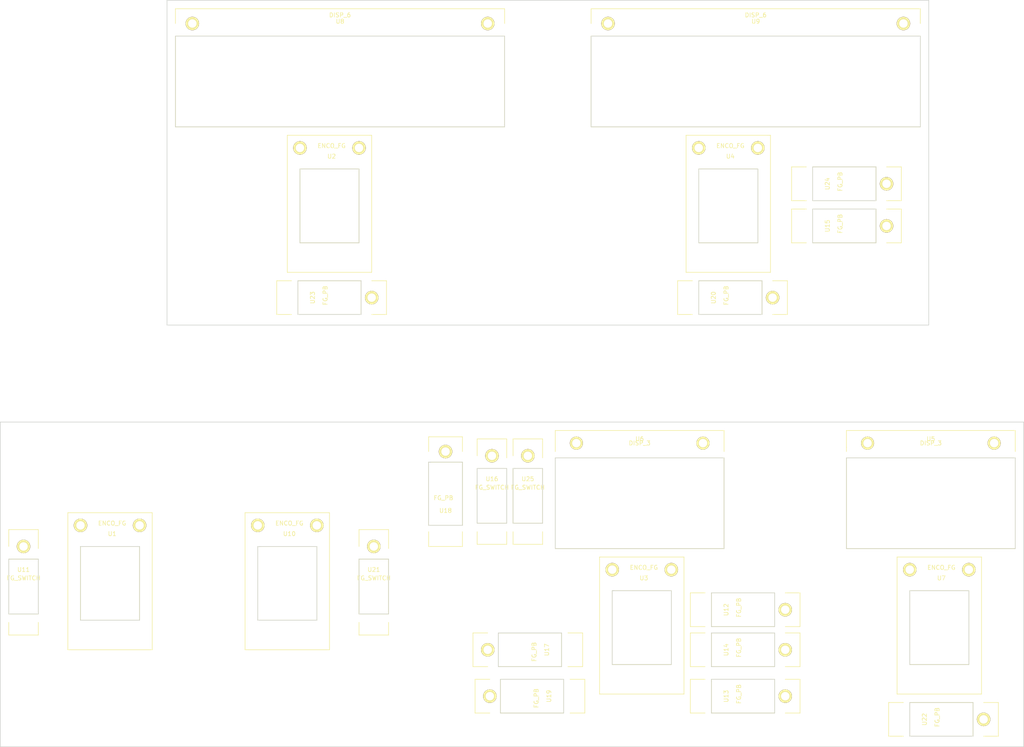
<source format=kicad_pcb>
(kicad_pcb (version 3) (host pcbnew "(2014-jan-25)-product")

  (general
    (links 0)
    (no_connects 0)
    (area 24.924999 13.424999 267.575001 190.575001)
    (thickness 1.6)
    (drawings 115)
    (tracks 0)
    (zones 0)
    (modules 25)
    (nets 36)
  )

  (page A4)
  (layers
    (15 F.Cu signal)
    (0 B.Cu signal)
    (16 B.Adhes user)
    (17 F.Adhes user)
    (18 B.Paste user)
    (19 F.Paste user)
    (20 B.SilkS user)
    (21 F.SilkS user)
    (22 B.Mask user)
    (23 F.Mask user)
    (24 Dwgs.User user)
    (25 Cmts.User user)
    (26 Eco1.User user)
    (27 Eco2.User user)
    (28 Edge.Cuts user)
  )

  (setup
    (last_trace_width 0.254)
    (trace_clearance 0.254)
    (zone_clearance 0.508)
    (zone_45_only no)
    (trace_min 0.254)
    (segment_width 0.2)
    (edge_width 0.15)
    (via_size 0.889)
    (via_drill 0.635)
    (via_min_size 0.889)
    (via_min_drill 0.508)
    (uvia_size 0.508)
    (uvia_drill 0.127)
    (uvias_allowed no)
    (uvia_min_size 0.508)
    (uvia_min_drill 0.127)
    (pcb_text_width 0.3)
    (pcb_text_size 1 1)
    (mod_edge_width 0.15)
    (mod_text_size 1 1)
    (mod_text_width 0.15)
    (pad_size 3.2 3.2)
    (pad_drill 2)
    (pad_to_mask_clearance 0)
    (aux_axis_origin 0 0)
    (visible_elements FFFFFF7F)
    (pcbplotparams
      (layerselection 268435456)
      (usegerberextensions true)
      (excludeedgelayer true)
      (linewidth 0.100000)
      (plotframeref false)
      (viasonmask false)
      (mode 1)
      (useauxorigin false)
      (hpglpennumber 1)
      (hpglpenspeed 20)
      (hpglpendiameter 15)
      (hpglpenoverlay 2)
      (psnegative false)
      (psa4output false)
      (plotreference true)
      (plotvalue true)
      (plotothertext true)
      (plotinvisibletext false)
      (padsonsilk false)
      (subtractmaskfromsilk false)
      (outputformat 1)
      (mirror false)
      (drillshape 0)
      (scaleselection 1)
      (outputdirectory PANEL_OUT/))
  )

  (net 0 "")
  (net 1 "Net-(U1-Pad1)")
  (net 2 "Net-(U1-Pad2)")
  (net 3 "Net-(U2-Pad1)")
  (net 4 "Net-(U2-Pad2)")
  (net 5 "Net-(U3-Pad1)")
  (net 6 "Net-(U3-Pad2)")
  (net 7 "Net-(U4-Pad1)")
  (net 8 "Net-(U4-Pad2)")
  (net 9 "Net-(U5-Pad1)")
  (net 10 "Net-(U5-Pad2)")
  (net 11 "Net-(U6-Pad1)")
  (net 12 "Net-(U6-Pad2)")
  (net 13 "Net-(U7-Pad1)")
  (net 14 "Net-(U7-Pad2)")
  (net 15 "Net-(U8-Pad1)")
  (net 16 "Net-(U8-Pad2)")
  (net 17 "Net-(U9-Pad1)")
  (net 18 "Net-(U9-Pad2)")
  (net 19 "Net-(U10-Pad1)")
  (net 20 "Net-(U10-Pad2)")
  (net 21 "Net-(U11-Pad1)")
  (net 22 "Net-(U12-Pad1)")
  (net 23 "Net-(U13-Pad1)")
  (net 24 "Net-(U14-Pad1)")
  (net 25 "Net-(U15-Pad1)")
  (net 26 "Net-(U16-Pad1)")
  (net 27 "Net-(U17-Pad1)")
  (net 28 "Net-(U18-Pad1)")
  (net 29 "Net-(U19-Pad1)")
  (net 30 "Net-(U20-Pad1)")
  (net 31 "Net-(U21-Pad1)")
  (net 32 "Net-(U22-Pad1)")
  (net 33 "Net-(U23-Pad1)")
  (net 34 "Net-(U24-Pad1)")
  (net 35 "Net-(U25-Pad1)")

  (net_class Default "This is the default net class."
    (clearance 0.254)
    (trace_width 0.254)
    (via_dia 0.889)
    (via_drill 0.635)
    (uvia_dia 0.508)
    (uvia_drill 0.127)
    (add_net "Net-(U1-Pad1)")
    (add_net "Net-(U1-Pad2)")
    (add_net "Net-(U10-Pad1)")
    (add_net "Net-(U10-Pad2)")
    (add_net "Net-(U11-Pad1)")
    (add_net "Net-(U12-Pad1)")
    (add_net "Net-(U13-Pad1)")
    (add_net "Net-(U14-Pad1)")
    (add_net "Net-(U15-Pad1)")
    (add_net "Net-(U16-Pad1)")
    (add_net "Net-(U17-Pad1)")
    (add_net "Net-(U18-Pad1)")
    (add_net "Net-(U19-Pad1)")
    (add_net "Net-(U2-Pad1)")
    (add_net "Net-(U2-Pad2)")
    (add_net "Net-(U20-Pad1)")
    (add_net "Net-(U21-Pad1)")
    (add_net "Net-(U22-Pad1)")
    (add_net "Net-(U23-Pad1)")
    (add_net "Net-(U24-Pad1)")
    (add_net "Net-(U25-Pad1)")
    (add_net "Net-(U3-Pad1)")
    (add_net "Net-(U3-Pad2)")
    (add_net "Net-(U4-Pad1)")
    (add_net "Net-(U4-Pad2)")
    (add_net "Net-(U5-Pad1)")
    (add_net "Net-(U5-Pad2)")
    (add_net "Net-(U6-Pad1)")
    (add_net "Net-(U6-Pad2)")
    (add_net "Net-(U7-Pad1)")
    (add_net "Net-(U7-Pad2)")
    (add_net "Net-(U8-Pad1)")
    (add_net "Net-(U8-Pad2)")
    (add_net "Net-(U9-Pad1)")
    (add_net "Net-(U9-Pad2)")
  )

  (module fg_footprints:ENCO_FG (layer F.Cu) (tedit 5359749E) (tstamp 5359658F)
    (at 51 138)
    (path /53595D6F)
    (fp_text reference U1 (at 0.5 2) (layer F.SilkS)
      (effects (font (size 1 1) (thickness 0.15)))
    )
    (fp_text value ENCO_FG (at 0.5 -0.5) (layer F.SilkS)
      (effects (font (size 1 1) (thickness 0.15)))
    )
    (fp_line (start -10 29.5) (end 10 29.5) (layer F.SilkS) (width 0.15))
    (fp_line (start 10 29.5) (end 10 -3) (layer F.SilkS) (width 0.15))
    (fp_line (start 10 -3) (end -10 -3) (layer F.SilkS) (width 0.15))
    (fp_line (start -10 -3) (end -10 29.5) (layer F.SilkS) (width 0.15))
    (fp_line (start -7 5) (end 7 5) (layer F.SilkS) (width 0.15))
    (fp_line (start 7 5) (end 7 22.5) (layer F.SilkS) (width 0.15))
    (fp_line (start 7 22.5) (end -7 22.5) (layer F.SilkS) (width 0.15))
    (fp_line (start -7 22.5) (end -7 5) (layer F.SilkS) (width 0.15))
    (pad 1 thru_hole circle (at -7 0) (size 3.2 3.2) (drill 2) (layers *.Cu *.Mask F.SilkS)
      (net 1 "Net-(U1-Pad1)"))
    (pad 2 thru_hole circle (at 7 0) (size 3.2 3.2) (drill 2) (layers *.Cu *.Mask F.SilkS)
      (net 2 "Net-(U1-Pad2)"))
  )

  (module fg_footprints:ENCO_FG (layer F.Cu) (tedit 535974CB) (tstamp 5359659D)
    (at 103 48.5)
    (path /53595D81)
    (fp_text reference U2 (at 0.5 2) (layer F.SilkS)
      (effects (font (size 1 1) (thickness 0.15)))
    )
    (fp_text value ENCO_FG (at 0.5 -0.5) (layer F.SilkS)
      (effects (font (size 1 1) (thickness 0.15)))
    )
    (fp_line (start -10 29.5) (end 10 29.5) (layer F.SilkS) (width 0.15))
    (fp_line (start 10 29.5) (end 10 -3) (layer F.SilkS) (width 0.15))
    (fp_line (start 10 -3) (end -10 -3) (layer F.SilkS) (width 0.15))
    (fp_line (start -10 -3) (end -10 29.5) (layer F.SilkS) (width 0.15))
    (fp_line (start -7 5) (end 7 5) (layer F.SilkS) (width 0.15))
    (fp_line (start 7 5) (end 7 22.5) (layer F.SilkS) (width 0.15))
    (fp_line (start 7 22.5) (end -7 22.5) (layer F.SilkS) (width 0.15))
    (fp_line (start -7 22.5) (end -7 5) (layer F.SilkS) (width 0.15))
    (pad 1 thru_hole circle (at -7 0) (size 3.2 3.2) (drill 2) (layers *.Cu *.Mask F.SilkS)
      (net 3 "Net-(U2-Pad1)"))
    (pad 2 thru_hole circle (at 7 0) (size 3.2 3.2) (drill 2) (layers *.Cu *.Mask F.SilkS)
      (net 4 "Net-(U2-Pad2)"))
  )

  (module fg_footprints:ENCO_FG (layer F.Cu) (tedit 53597452) (tstamp 535965AB)
    (at 177 148.5)
    (path /53595D8C)
    (fp_text reference U3 (at 0.5 2) (layer F.SilkS)
      (effects (font (size 1 1) (thickness 0.15)))
    )
    (fp_text value ENCO_FG (at 0.5 -0.5) (layer F.SilkS)
      (effects (font (size 1 1) (thickness 0.15)))
    )
    (fp_line (start -10 29.5) (end 10 29.5) (layer F.SilkS) (width 0.15))
    (fp_line (start 10 29.5) (end 10 -3) (layer F.SilkS) (width 0.15))
    (fp_line (start 10 -3) (end -10 -3) (layer F.SilkS) (width 0.15))
    (fp_line (start -10 -3) (end -10 29.5) (layer F.SilkS) (width 0.15))
    (fp_line (start -7 5) (end 7 5) (layer F.SilkS) (width 0.15))
    (fp_line (start 7 5) (end 7 22.5) (layer F.SilkS) (width 0.15))
    (fp_line (start 7 22.5) (end -7 22.5) (layer F.SilkS) (width 0.15))
    (fp_line (start -7 22.5) (end -7 5) (layer F.SilkS) (width 0.15))
    (pad 1 thru_hole circle (at -7 0) (size 3.2 3.2) (drill 2) (layers *.Cu *.Mask F.SilkS)
      (net 5 "Net-(U3-Pad1)"))
    (pad 2 thru_hole circle (at 7 0) (size 3.2 3.2) (drill 2) (layers *.Cu *.Mask F.SilkS)
      (net 6 "Net-(U3-Pad2)"))
  )

  (module fg_footprints:ENCO_FG (layer F.Cu) (tedit 535974EF) (tstamp 535965B9)
    (at 197.5 48.5)
    (path /53595D97)
    (fp_text reference U4 (at 0.5 2) (layer F.SilkS)
      (effects (font (size 1 1) (thickness 0.15)))
    )
    (fp_text value ENCO_FG (at 0.5 -0.5) (layer F.SilkS)
      (effects (font (size 1 1) (thickness 0.15)))
    )
    (fp_line (start -10 29.5) (end 10 29.5) (layer F.SilkS) (width 0.15))
    (fp_line (start 10 29.5) (end 10 -3) (layer F.SilkS) (width 0.15))
    (fp_line (start 10 -3) (end -10 -3) (layer F.SilkS) (width 0.15))
    (fp_line (start -10 -3) (end -10 29.5) (layer F.SilkS) (width 0.15))
    (fp_line (start -7 5) (end 7 5) (layer F.SilkS) (width 0.15))
    (fp_line (start 7 5) (end 7 22.5) (layer F.SilkS) (width 0.15))
    (fp_line (start 7 22.5) (end -7 22.5) (layer F.SilkS) (width 0.15))
    (fp_line (start -7 22.5) (end -7 5) (layer F.SilkS) (width 0.15))
    (pad 1 thru_hole circle (at -7 0) (size 3.2 3.2) (drill 2) (layers *.Cu *.Mask F.SilkS)
      (net 7 "Net-(U4-Pad1)"))
    (pad 2 thru_hole circle (at 7 0) (size 3.2 3.2) (drill 2) (layers *.Cu *.Mask F.SilkS)
      (net 8 "Net-(U4-Pad2)"))
  )

  (module fg_footprints:DISP_3 (layer F.Cu) (tedit 535957D5) (tstamp 535965C7)
    (at 245.5 120.5)
    (path /53595D2C)
    (fp_text reference U5 (at 0 -3) (layer F.SilkS)
      (effects (font (size 1 1) (thickness 0.15)))
    )
    (fp_text value DISP_3 (at 0 -2) (layer F.SilkS)
      (effects (font (size 1 1) (thickness 0.15)))
    )
    (fp_line (start -20 -1) (end -20 0) (layer F.SilkS) (width 0.15))
    (fp_line (start -20 -5) (end -20 -1) (layer F.SilkS) (width 0.15))
    (fp_line (start -20 -5) (end 20 -5) (layer F.SilkS) (width 0.15))
    (fp_line (start 20 -5) (end 20 0) (layer F.SilkS) (width 0.15))
    (fp_line (start -20 1.5) (end 20 1.5) (layer F.SilkS) (width 0.15))
    (fp_line (start 20 1.5) (end 20 23) (layer F.SilkS) (width 0.15))
    (fp_line (start 20 23) (end -20 23) (layer F.SilkS) (width 0.15))
    (fp_line (start -20 23) (end -20 1.5) (layer F.SilkS) (width 0.15))
    (pad 1 thru_hole circle (at -15 -2) (size 3.1 3.1) (drill 2) (layers *.Cu *.Mask F.SilkS)
      (net 9 "Net-(U5-Pad1)"))
    (pad 2 thru_hole circle (at 15 -2) (size 3.1 3.1) (drill 2) (layers *.Cu *.Mask F.SilkS)
      (net 10 "Net-(U5-Pad2)"))
  )

  (module fg_footprints:DISP_3 (layer F.Cu) (tedit 535957D5) (tstamp 535965D5)
    (at 176.5 120.5)
    (path /53595D3E)
    (fp_text reference U6 (at 0 -3) (layer F.SilkS)
      (effects (font (size 1 1) (thickness 0.15)))
    )
    (fp_text value DISP_3 (at 0 -2) (layer F.SilkS)
      (effects (font (size 1 1) (thickness 0.15)))
    )
    (fp_line (start -20 -1) (end -20 0) (layer F.SilkS) (width 0.15))
    (fp_line (start -20 -5) (end -20 -1) (layer F.SilkS) (width 0.15))
    (fp_line (start -20 -5) (end 20 -5) (layer F.SilkS) (width 0.15))
    (fp_line (start 20 -5) (end 20 0) (layer F.SilkS) (width 0.15))
    (fp_line (start -20 1.5) (end 20 1.5) (layer F.SilkS) (width 0.15))
    (fp_line (start 20 1.5) (end 20 23) (layer F.SilkS) (width 0.15))
    (fp_line (start 20 23) (end -20 23) (layer F.SilkS) (width 0.15))
    (fp_line (start -20 23) (end -20 1.5) (layer F.SilkS) (width 0.15))
    (pad 1 thru_hole circle (at -15 -2) (size 3.1 3.1) (drill 2) (layers *.Cu *.Mask F.SilkS)
      (net 11 "Net-(U6-Pad1)"))
    (pad 2 thru_hole circle (at 15 -2) (size 3.1 3.1) (drill 2) (layers *.Cu *.Mask F.SilkS)
      (net 12 "Net-(U6-Pad2)"))
  )

  (module fg_footprints:ENCO_FG (layer F.Cu) (tedit 5359745C) (tstamp 535965E3)
    (at 247.5 148.5)
    (path /53595DA2)
    (fp_text reference U7 (at 0.5 2) (layer F.SilkS)
      (effects (font (size 1 1) (thickness 0.15)))
    )
    (fp_text value ENCO_FG (at 0.5 -0.5) (layer F.SilkS)
      (effects (font (size 1 1) (thickness 0.15)))
    )
    (fp_line (start -10 29.5) (end 10 29.5) (layer F.SilkS) (width 0.15))
    (fp_line (start 10 29.5) (end 10 -3) (layer F.SilkS) (width 0.15))
    (fp_line (start 10 -3) (end -10 -3) (layer F.SilkS) (width 0.15))
    (fp_line (start -10 -3) (end -10 29.5) (layer F.SilkS) (width 0.15))
    (fp_line (start -7 5) (end 7 5) (layer F.SilkS) (width 0.15))
    (fp_line (start 7 5) (end 7 22.5) (layer F.SilkS) (width 0.15))
    (fp_line (start 7 22.5) (end -7 22.5) (layer F.SilkS) (width 0.15))
    (fp_line (start -7 22.5) (end -7 5) (layer F.SilkS) (width 0.15))
    (pad 1 thru_hole circle (at -7 0) (size 3.2 3.2) (drill 2) (layers *.Cu *.Mask F.SilkS)
      (net 13 "Net-(U7-Pad1)"))
    (pad 2 thru_hole circle (at 7 0) (size 3.2 3.2) (drill 2) (layers *.Cu *.Mask F.SilkS)
      (net 14 "Net-(U7-Pad2)"))
  )

  (module fg_footprints:DISP_6 (layer F.Cu) (tedit 535974D8) (tstamp 535965F0)
    (at 105.5 19)
    (path /53595D4C)
    (fp_text reference U8 (at 0 -0.5) (layer F.SilkS)
      (effects (font (size 1 1) (thickness 0.15)))
    )
    (fp_text value DISP_6 (at 0 -2) (layer F.SilkS)
      (effects (font (size 1 1) (thickness 0.15)))
    )
    (fp_line (start -39 -3.5) (end -39 0) (layer F.SilkS) (width 0.15))
    (fp_line (start -39 -3.5) (end 39 -3.5) (layer F.SilkS) (width 0.15))
    (fp_line (start 39 -3.5) (end 39 0) (layer F.SilkS) (width 0.15))
    (fp_line (start -39 3) (end 39 3) (layer F.SilkS) (width 0.15))
    (fp_line (start 39 3) (end 39 24.5) (layer F.SilkS) (width 0.15))
    (fp_line (start 39 24.5) (end -39 24.5) (layer F.SilkS) (width 0.15))
    (fp_line (start -39 24.5) (end -39 3) (layer F.SilkS) (width 0.15))
    (pad 1 thru_hole circle (at -35 0) (size 3.2 3.2) (drill 2) (layers *.Cu *.Mask F.SilkS)
      (net 15 "Net-(U8-Pad1)"))
    (pad 2 thru_hole circle (at 35 0) (size 3.2 3.2) (drill 2) (layers *.Cu *.Mask F.SilkS)
      (net 16 "Net-(U8-Pad2)"))
  )

  (module fg_footprints:DISP_6 (layer F.Cu) (tedit 535974E4) (tstamp 535965FD)
    (at 204 19)
    (path /53595D5E)
    (fp_text reference U9 (at 0 -0.5) (layer F.SilkS)
      (effects (font (size 1 1) (thickness 0.15)))
    )
    (fp_text value DISP_6 (at 0 -2) (layer F.SilkS)
      (effects (font (size 1 1) (thickness 0.15)))
    )
    (fp_line (start -39 -3.5) (end -39 0) (layer F.SilkS) (width 0.15))
    (fp_line (start -39 -3.5) (end 39 -3.5) (layer F.SilkS) (width 0.15))
    (fp_line (start 39 -3.5) (end 39 0) (layer F.SilkS) (width 0.15))
    (fp_line (start -39 3) (end 39 3) (layer F.SilkS) (width 0.15))
    (fp_line (start 39 3) (end 39 24.5) (layer F.SilkS) (width 0.15))
    (fp_line (start 39 24.5) (end -39 24.5) (layer F.SilkS) (width 0.15))
    (fp_line (start -39 24.5) (end -39 3) (layer F.SilkS) (width 0.15))
    (pad 1 thru_hole circle (at -35 0) (size 3.2 3.2) (drill 2) (layers *.Cu *.Mask F.SilkS)
      (net 17 "Net-(U9-Pad1)"))
    (pad 2 thru_hole circle (at 35 0) (size 3.2 3.2) (drill 2) (layers *.Cu *.Mask F.SilkS)
      (net 18 "Net-(U9-Pad2)"))
  )

  (module fg_footprints:ENCO_FG (layer F.Cu) (tedit 535974A8) (tstamp 5359660B)
    (at 93 138)
    (path /53595DAD)
    (fp_text reference U10 (at 0.5 2) (layer F.SilkS)
      (effects (font (size 1 1) (thickness 0.15)))
    )
    (fp_text value ENCO_FG (at 0.5 -0.5) (layer F.SilkS)
      (effects (font (size 1 1) (thickness 0.15)))
    )
    (fp_line (start -10 29.5) (end 10 29.5) (layer F.SilkS) (width 0.15))
    (fp_line (start 10 29.5) (end 10 -3) (layer F.SilkS) (width 0.15))
    (fp_line (start 10 -3) (end -10 -3) (layer F.SilkS) (width 0.15))
    (fp_line (start -10 -3) (end -10 29.5) (layer F.SilkS) (width 0.15))
    (fp_line (start -7 5) (end 7 5) (layer F.SilkS) (width 0.15))
    (fp_line (start 7 5) (end 7 22.5) (layer F.SilkS) (width 0.15))
    (fp_line (start 7 22.5) (end -7 22.5) (layer F.SilkS) (width 0.15))
    (fp_line (start -7 22.5) (end -7 5) (layer F.SilkS) (width 0.15))
    (pad 1 thru_hole circle (at -7 0) (size 3.2 3.2) (drill 2) (layers *.Cu *.Mask F.SilkS)
      (net 19 "Net-(U10-Pad1)"))
    (pad 2 thru_hole circle (at 7 0) (size 3.2 3.2) (drill 2) (layers *.Cu *.Mask F.SilkS)
      (net 20 "Net-(U10-Pad2)"))
  )

  (module fg_footprints:FG_SWITCH' (layer F.Cu) (tedit 53597492) (tstamp 5359661A)
    (at 30.5 143)
    (path /53595ED1)
    (fp_text reference U11 (at 0 5.5) (layer F.SilkS)
      (effects (font (size 1 1) (thickness 0.15)))
    )
    (fp_text value FG_SWITCH (at 0 7.5) (layer F.SilkS)
      (effects (font (size 1 1) (thickness 0.15)))
    )
    (fp_line (start -3.5 21) (end -3.5 18) (layer F.SilkS) (width 0.15))
    (fp_line (start -3.5 21) (end 3.5 21) (layer F.SilkS) (width 0.15))
    (fp_line (start 3.5 21) (end 3.5 18) (layer F.SilkS) (width 0.15))
    (fp_line (start -3.5 -4) (end -3.5 0) (layer F.SilkS) (width 0.15))
    (fp_line (start -3.5 -4) (end 3.5 -4) (layer F.SilkS) (width 0.15))
    (fp_line (start 3.5 -4) (end 3.5 0.5) (layer F.SilkS) (width 0.15))
    (fp_line (start -3.5 3) (end 3.5 3) (layer F.SilkS) (width 0.15))
    (fp_line (start 3.5 3) (end 3.5 16) (layer F.SilkS) (width 0.15))
    (fp_line (start 3.5 16) (end -3.5 16) (layer F.SilkS) (width 0.15))
    (fp_line (start -3.5 16) (end -3.5 3) (layer F.SilkS) (width 0.15))
    (pad 1 thru_hole circle (at 0 0) (size 3.2 3.2) (drill 2) (layers *.Cu *.Mask F.SilkS)
      (net 21 "Net-(U11-Pad1)"))
  )

  (module fg_footprints:FG_PB (layer F.Cu) (tedit 5359747F) (tstamp 53596629)
    (at 211 158 90)
    (path /53595E6D)
    (fp_text reference U12 (at 0 -14 90) (layer F.SilkS)
      (effects (font (size 1 1) (thickness 0.15)))
    )
    (fp_text value FG_PB (at 0.5 -11 90) (layer F.SilkS)
      (effects (font (size 1 1) (thickness 0.15)))
    )
    (fp_line (start 4 -22.5) (end -4 -22.5) (layer F.SilkS) (width 0.15))
    (fp_line (start -4 -22.5) (end -4 -19) (layer F.SilkS) (width 0.15))
    (fp_line (start 4 -22.5) (end 4 -19) (layer F.SilkS) (width 0.15))
    (fp_line (start -4 0) (end -4 3.5) (layer F.SilkS) (width 0.15))
    (fp_line (start -4 3.5) (end 4 3.5) (layer F.SilkS) (width 0.15))
    (fp_line (start 4 3.5) (end 4 0) (layer F.SilkS) (width 0.15))
    (fp_line (start -4 -2.5) (end 4 -2.5) (layer F.SilkS) (width 0.15))
    (fp_line (start 4 -2.5) (end 4 -17.5) (layer F.SilkS) (width 0.15))
    (fp_line (start 4 -17.5) (end -4 -17.5) (layer F.SilkS) (width 0.15))
    (fp_line (start -4 -17.5) (end -4 -2.5) (layer F.SilkS) (width 0.15))
    (pad 1 thru_hole circle (at 0 0 90) (size 3.2 3.2) (drill 2) (layers *.Cu *.Mask F.SilkS)
      (net 22 "Net-(U12-Pad1)"))
  )

  (module fg_footprints:FG_PB (layer F.Cu) (tedit 5359746F) (tstamp 53596638)
    (at 211 178.5 90)
    (path /53595E7F)
    (fp_text reference U13 (at 0 -14 90) (layer F.SilkS)
      (effects (font (size 1 1) (thickness 0.15)))
    )
    (fp_text value FG_PB (at 0.5 -11 90) (layer F.SilkS)
      (effects (font (size 1 1) (thickness 0.15)))
    )
    (fp_line (start 4 -22.5) (end -4 -22.5) (layer F.SilkS) (width 0.15))
    (fp_line (start -4 -22.5) (end -4 -19) (layer F.SilkS) (width 0.15))
    (fp_line (start 4 -22.5) (end 4 -19) (layer F.SilkS) (width 0.15))
    (fp_line (start -4 0) (end -4 3.5) (layer F.SilkS) (width 0.15))
    (fp_line (start -4 3.5) (end 4 3.5) (layer F.SilkS) (width 0.15))
    (fp_line (start 4 3.5) (end 4 0) (layer F.SilkS) (width 0.15))
    (fp_line (start -4 -2.5) (end 4 -2.5) (layer F.SilkS) (width 0.15))
    (fp_line (start 4 -2.5) (end 4 -17.5) (layer F.SilkS) (width 0.15))
    (fp_line (start 4 -17.5) (end -4 -17.5) (layer F.SilkS) (width 0.15))
    (fp_line (start -4 -17.5) (end -4 -2.5) (layer F.SilkS) (width 0.15))
    (pad 1 thru_hole circle (at 0 0 90) (size 3.2 3.2) (drill 2) (layers *.Cu *.Mask F.SilkS)
      (net 23 "Net-(U13-Pad1)"))
  )

  (module fg_footprints:FG_PB (layer F.Cu) (tedit 5359747A) (tstamp 53596647)
    (at 211 167.5 90)
    (path /53595E8A)
    (fp_text reference U14 (at 0 -14 90) (layer F.SilkS)
      (effects (font (size 1 1) (thickness 0.15)))
    )
    (fp_text value FG_PB (at 0.5 -11 90) (layer F.SilkS)
      (effects (font (size 1 1) (thickness 0.15)))
    )
    (fp_line (start 4 -22.5) (end -4 -22.5) (layer F.SilkS) (width 0.15))
    (fp_line (start -4 -22.5) (end -4 -19) (layer F.SilkS) (width 0.15))
    (fp_line (start 4 -22.5) (end 4 -19) (layer F.SilkS) (width 0.15))
    (fp_line (start -4 0) (end -4 3.5) (layer F.SilkS) (width 0.15))
    (fp_line (start -4 3.5) (end 4 3.5) (layer F.SilkS) (width 0.15))
    (fp_line (start 4 3.5) (end 4 0) (layer F.SilkS) (width 0.15))
    (fp_line (start -4 -2.5) (end 4 -2.5) (layer F.SilkS) (width 0.15))
    (fp_line (start 4 -2.5) (end 4 -17.5) (layer F.SilkS) (width 0.15))
    (fp_line (start 4 -17.5) (end -4 -17.5) (layer F.SilkS) (width 0.15))
    (fp_line (start -4 -17.5) (end -4 -2.5) (layer F.SilkS) (width 0.15))
    (pad 1 thru_hole circle (at 0 0 90) (size 3.2 3.2) (drill 2) (layers *.Cu *.Mask F.SilkS)
      (net 24 "Net-(U14-Pad1)"))
  )

  (module fg_footprints:FG_PB (layer F.Cu) (tedit 535974F7) (tstamp 53596656)
    (at 235 67 90)
    (path /53595E95)
    (fp_text reference U15 (at 0 -14 90) (layer F.SilkS)
      (effects (font (size 1 1) (thickness 0.15)))
    )
    (fp_text value FG_PB (at 0.5 -11 90) (layer F.SilkS)
      (effects (font (size 1 1) (thickness 0.15)))
    )
    (fp_line (start 4 -22.5) (end -4 -22.5) (layer F.SilkS) (width 0.15))
    (fp_line (start -4 -22.5) (end -4 -19) (layer F.SilkS) (width 0.15))
    (fp_line (start 4 -22.5) (end 4 -19) (layer F.SilkS) (width 0.15))
    (fp_line (start -4 0) (end -4 3.5) (layer F.SilkS) (width 0.15))
    (fp_line (start -4 3.5) (end 4 3.5) (layer F.SilkS) (width 0.15))
    (fp_line (start 4 3.5) (end 4 0) (layer F.SilkS) (width 0.15))
    (fp_line (start -4 -2.5) (end 4 -2.5) (layer F.SilkS) (width 0.15))
    (fp_line (start 4 -2.5) (end 4 -17.5) (layer F.SilkS) (width 0.15))
    (fp_line (start 4 -17.5) (end -4 -17.5) (layer F.SilkS) (width 0.15))
    (fp_line (start -4 -17.5) (end -4 -2.5) (layer F.SilkS) (width 0.15))
    (pad 1 thru_hole circle (at 0 0 90) (size 3.2 3.2) (drill 2) (layers *.Cu *.Mask F.SilkS)
      (net 25 "Net-(U15-Pad1)"))
  )

  (module fg_footprints:FG_SWITCH' (layer F.Cu) (tedit 535974B7) (tstamp 53596665)
    (at 141.5 121.5)
    (path /53595EE3)
    (fp_text reference U16 (at 0 5.5) (layer F.SilkS)
      (effects (font (size 1 1) (thickness 0.15)))
    )
    (fp_text value FG_SWITCH (at 0 7.5) (layer F.SilkS)
      (effects (font (size 1 1) (thickness 0.15)))
    )
    (fp_line (start -3.5 21) (end -3.5 18) (layer F.SilkS) (width 0.15))
    (fp_line (start -3.5 21) (end 3.5 21) (layer F.SilkS) (width 0.15))
    (fp_line (start 3.5 21) (end 3.5 18) (layer F.SilkS) (width 0.15))
    (fp_line (start -3.5 -4) (end -3.5 0) (layer F.SilkS) (width 0.15))
    (fp_line (start -3.5 -4) (end 3.5 -4) (layer F.SilkS) (width 0.15))
    (fp_line (start 3.5 -4) (end 3.5 0.5) (layer F.SilkS) (width 0.15))
    (fp_line (start -3.5 3) (end 3.5 3) (layer F.SilkS) (width 0.15))
    (fp_line (start 3.5 3) (end 3.5 16) (layer F.SilkS) (width 0.15))
    (fp_line (start 3.5 16) (end -3.5 16) (layer F.SilkS) (width 0.15))
    (fp_line (start -3.5 16) (end -3.5 3) (layer F.SilkS) (width 0.15))
    (pad 1 thru_hole circle (at 0 0) (size 3.2 3.2) (drill 2) (layers *.Cu *.Mask F.SilkS)
      (net 26 "Net-(U16-Pad1)"))
  )

  (module fg_footprints:FG_PB (layer F.Cu) (tedit 53597486) (tstamp 53596674)
    (at 140.5 167.5 270)
    (path /53595EA0)
    (fp_text reference U17 (at 0 -14 270) (layer F.SilkS)
      (effects (font (size 1 1) (thickness 0.15)))
    )
    (fp_text value FG_PB (at 0.5 -11 270) (layer F.SilkS)
      (effects (font (size 1 1) (thickness 0.15)))
    )
    (fp_line (start 4 -22.5) (end -4 -22.5) (layer F.SilkS) (width 0.15))
    (fp_line (start -4 -22.5) (end -4 -19) (layer F.SilkS) (width 0.15))
    (fp_line (start 4 -22.5) (end 4 -19) (layer F.SilkS) (width 0.15))
    (fp_line (start -4 0) (end -4 3.5) (layer F.SilkS) (width 0.15))
    (fp_line (start -4 3.5) (end 4 3.5) (layer F.SilkS) (width 0.15))
    (fp_line (start 4 3.5) (end 4 0) (layer F.SilkS) (width 0.15))
    (fp_line (start -4 -2.5) (end 4 -2.5) (layer F.SilkS) (width 0.15))
    (fp_line (start 4 -2.5) (end 4 -17.5) (layer F.SilkS) (width 0.15))
    (fp_line (start 4 -17.5) (end -4 -17.5) (layer F.SilkS) (width 0.15))
    (fp_line (start -4 -17.5) (end -4 -2.5) (layer F.SilkS) (width 0.15))
    (pad 1 thru_hole circle (at 0 0 270) (size 3.2 3.2) (drill 2) (layers *.Cu *.Mask F.SilkS)
      (net 27 "Net-(U17-Pad1)"))
  )

  (module fg_footprints:FG_PB (layer F.Cu) (tedit 535974B3) (tstamp 53596683)
    (at 130.5 120.5 180)
    (path /53595EA6)
    (fp_text reference U18 (at 0 -14 180) (layer F.SilkS)
      (effects (font (size 1 1) (thickness 0.15)))
    )
    (fp_text value FG_PB (at 0.5 -11 180) (layer F.SilkS)
      (effects (font (size 1 1) (thickness 0.15)))
    )
    (fp_line (start 4 -22.5) (end -4 -22.5) (layer F.SilkS) (width 0.15))
    (fp_line (start -4 -22.5) (end -4 -19) (layer F.SilkS) (width 0.15))
    (fp_line (start 4 -22.5) (end 4 -19) (layer F.SilkS) (width 0.15))
    (fp_line (start -4 0) (end -4 3.5) (layer F.SilkS) (width 0.15))
    (fp_line (start -4 3.5) (end 4 3.5) (layer F.SilkS) (width 0.15))
    (fp_line (start 4 3.5) (end 4 0) (layer F.SilkS) (width 0.15))
    (fp_line (start -4 -2.5) (end 4 -2.5) (layer F.SilkS) (width 0.15))
    (fp_line (start 4 -2.5) (end 4 -17.5) (layer F.SilkS) (width 0.15))
    (fp_line (start 4 -17.5) (end -4 -17.5) (layer F.SilkS) (width 0.15))
    (fp_line (start -4 -17.5) (end -4 -2.5) (layer F.SilkS) (width 0.15))
    (pad 1 thru_hole circle (at 0 0 180) (size 3.2 3.2) (drill 2) (layers *.Cu *.Mask F.SilkS)
      (net 28 "Net-(U18-Pad1)"))
  )

  (module fg_footprints:FG_PB (layer F.Cu) (tedit 5359748B) (tstamp 53596692)
    (at 141 178.5 270)
    (path /53595EAC)
    (fp_text reference U19 (at 0 -14 270) (layer F.SilkS)
      (effects (font (size 1 1) (thickness 0.15)))
    )
    (fp_text value FG_PB (at 0.5 -11 270) (layer F.SilkS)
      (effects (font (size 1 1) (thickness 0.15)))
    )
    (fp_line (start 4 -22.5) (end -4 -22.5) (layer F.SilkS) (width 0.15))
    (fp_line (start -4 -22.5) (end -4 -19) (layer F.SilkS) (width 0.15))
    (fp_line (start 4 -22.5) (end 4 -19) (layer F.SilkS) (width 0.15))
    (fp_line (start -4 0) (end -4 3.5) (layer F.SilkS) (width 0.15))
    (fp_line (start -4 3.5) (end 4 3.5) (layer F.SilkS) (width 0.15))
    (fp_line (start 4 3.5) (end 4 0) (layer F.SilkS) (width 0.15))
    (fp_line (start -4 -2.5) (end 4 -2.5) (layer F.SilkS) (width 0.15))
    (fp_line (start 4 -2.5) (end 4 -17.5) (layer F.SilkS) (width 0.15))
    (fp_line (start 4 -17.5) (end -4 -17.5) (layer F.SilkS) (width 0.15))
    (fp_line (start -4 -17.5) (end -4 -2.5) (layer F.SilkS) (width 0.15))
    (pad 1 thru_hole circle (at 0 0 270) (size 3.2 3.2) (drill 2) (layers *.Cu *.Mask F.SilkS)
      (net 29 "Net-(U19-Pad1)"))
  )

  (module fg_footprints:FG_PB (layer F.Cu) (tedit 535974FB) (tstamp 535966A1)
    (at 208 84 90)
    (path /53595EB2)
    (fp_text reference U20 (at 0 -14 90) (layer F.SilkS)
      (effects (font (size 1 1) (thickness 0.15)))
    )
    (fp_text value FG_PB (at 0.5 -11 90) (layer F.SilkS)
      (effects (font (size 1 1) (thickness 0.15)))
    )
    (fp_line (start 4 -22.5) (end -4 -22.5) (layer F.SilkS) (width 0.15))
    (fp_line (start -4 -22.5) (end -4 -19) (layer F.SilkS) (width 0.15))
    (fp_line (start 4 -22.5) (end 4 -19) (layer F.SilkS) (width 0.15))
    (fp_line (start -4 0) (end -4 3.5) (layer F.SilkS) (width 0.15))
    (fp_line (start -4 3.5) (end 4 3.5) (layer F.SilkS) (width 0.15))
    (fp_line (start 4 3.5) (end 4 0) (layer F.SilkS) (width 0.15))
    (fp_line (start -4 -2.5) (end 4 -2.5) (layer F.SilkS) (width 0.15))
    (fp_line (start 4 -2.5) (end 4 -17.5) (layer F.SilkS) (width 0.15))
    (fp_line (start 4 -17.5) (end -4 -17.5) (layer F.SilkS) (width 0.15))
    (fp_line (start -4 -17.5) (end -4 -2.5) (layer F.SilkS) (width 0.15))
    (pad 1 thru_hole circle (at 0 0 90) (size 3.2 3.2) (drill 2) (layers *.Cu *.Mask F.SilkS)
      (net 30 "Net-(U20-Pad1)"))
  )

  (module fg_footprints:FG_SWITCH' (layer F.Cu) (tedit 535974AE) (tstamp 535966B0)
    (at 113.5 143)
    (path /53595F2F)
    (fp_text reference U21 (at 0 5.5) (layer F.SilkS)
      (effects (font (size 1 1) (thickness 0.15)))
    )
    (fp_text value FG_SWITCH (at 0 7.5) (layer F.SilkS)
      (effects (font (size 1 1) (thickness 0.15)))
    )
    (fp_line (start -3.5 21) (end -3.5 18) (layer F.SilkS) (width 0.15))
    (fp_line (start -3.5 21) (end 3.5 21) (layer F.SilkS) (width 0.15))
    (fp_line (start 3.5 21) (end 3.5 18) (layer F.SilkS) (width 0.15))
    (fp_line (start -3.5 -4) (end -3.5 0) (layer F.SilkS) (width 0.15))
    (fp_line (start -3.5 -4) (end 3.5 -4) (layer F.SilkS) (width 0.15))
    (fp_line (start 3.5 -4) (end 3.5 0.5) (layer F.SilkS) (width 0.15))
    (fp_line (start -3.5 3) (end 3.5 3) (layer F.SilkS) (width 0.15))
    (fp_line (start 3.5 3) (end 3.5 16) (layer F.SilkS) (width 0.15))
    (fp_line (start 3.5 16) (end -3.5 16) (layer F.SilkS) (width 0.15))
    (fp_line (start -3.5 16) (end -3.5 3) (layer F.SilkS) (width 0.15))
    (pad 1 thru_hole circle (at 0 0) (size 3.2 3.2) (drill 2) (layers *.Cu *.Mask F.SilkS)
      (net 31 "Net-(U21-Pad1)"))
  )

  (module fg_footprints:FG_PB (layer F.Cu) (tedit 53597466) (tstamp 535966BF)
    (at 258 184 90)
    (path /53595EB8)
    (fp_text reference U22 (at 0 -14 90) (layer F.SilkS)
      (effects (font (size 1 1) (thickness 0.15)))
    )
    (fp_text value FG_PB (at 0.5 -11 90) (layer F.SilkS)
      (effects (font (size 1 1) (thickness 0.15)))
    )
    (fp_line (start 4 -22.5) (end -4 -22.5) (layer F.SilkS) (width 0.15))
    (fp_line (start -4 -22.5) (end -4 -19) (layer F.SilkS) (width 0.15))
    (fp_line (start 4 -22.5) (end 4 -19) (layer F.SilkS) (width 0.15))
    (fp_line (start -4 0) (end -4 3.5) (layer F.SilkS) (width 0.15))
    (fp_line (start -4 3.5) (end 4 3.5) (layer F.SilkS) (width 0.15))
    (fp_line (start 4 3.5) (end 4 0) (layer F.SilkS) (width 0.15))
    (fp_line (start -4 -2.5) (end 4 -2.5) (layer F.SilkS) (width 0.15))
    (fp_line (start 4 -2.5) (end 4 -17.5) (layer F.SilkS) (width 0.15))
    (fp_line (start 4 -17.5) (end -4 -17.5) (layer F.SilkS) (width 0.15))
    (fp_line (start -4 -17.5) (end -4 -2.5) (layer F.SilkS) (width 0.15))
    (pad 1 thru_hole circle (at 0 0 90) (size 3.2 3.2) (drill 2) (layers *.Cu *.Mask F.SilkS)
      (net 32 "Net-(U22-Pad1)"))
  )

  (module fg_footprints:FG_PB (layer F.Cu) (tedit 535974C2) (tstamp 535966CE)
    (at 113 84 90)
    (path /53595EBE)
    (fp_text reference U23 (at 0 -14 90) (layer F.SilkS)
      (effects (font (size 1 1) (thickness 0.15)))
    )
    (fp_text value FG_PB (at 0.5 -11 90) (layer F.SilkS)
      (effects (font (size 1 1) (thickness 0.15)))
    )
    (fp_line (start 4 -22.5) (end -4 -22.5) (layer F.SilkS) (width 0.15))
    (fp_line (start -4 -22.5) (end -4 -19) (layer F.SilkS) (width 0.15))
    (fp_line (start 4 -22.5) (end 4 -19) (layer F.SilkS) (width 0.15))
    (fp_line (start -4 0) (end -4 3.5) (layer F.SilkS) (width 0.15))
    (fp_line (start -4 3.5) (end 4 3.5) (layer F.SilkS) (width 0.15))
    (fp_line (start 4 3.5) (end 4 0) (layer F.SilkS) (width 0.15))
    (fp_line (start -4 -2.5) (end 4 -2.5) (layer F.SilkS) (width 0.15))
    (fp_line (start 4 -2.5) (end 4 -17.5) (layer F.SilkS) (width 0.15))
    (fp_line (start 4 -17.5) (end -4 -17.5) (layer F.SilkS) (width 0.15))
    (fp_line (start -4 -17.5) (end -4 -2.5) (layer F.SilkS) (width 0.15))
    (pad 1 thru_hole circle (at 0 0 90) (size 3.2 3.2) (drill 2) (layers *.Cu *.Mask F.SilkS)
      (net 33 "Net-(U23-Pad1)"))
  )

  (module fg_footprints:FG_PB (layer F.Cu) (tedit 535974F3) (tstamp 535966DD)
    (at 235 57 90)
    (path /53595EC4)
    (fp_text reference U24 (at 0 -14 90) (layer F.SilkS)
      (effects (font (size 1 1) (thickness 0.15)))
    )
    (fp_text value FG_PB (at 0.5 -11 90) (layer F.SilkS)
      (effects (font (size 1 1) (thickness 0.15)))
    )
    (fp_line (start 4 -22.5) (end -4 -22.5) (layer F.SilkS) (width 0.15))
    (fp_line (start -4 -22.5) (end -4 -19) (layer F.SilkS) (width 0.15))
    (fp_line (start 4 -22.5) (end 4 -19) (layer F.SilkS) (width 0.15))
    (fp_line (start -4 0) (end -4 3.5) (layer F.SilkS) (width 0.15))
    (fp_line (start -4 3.5) (end 4 3.5) (layer F.SilkS) (width 0.15))
    (fp_line (start 4 3.5) (end 4 0) (layer F.SilkS) (width 0.15))
    (fp_line (start -4 -2.5) (end 4 -2.5) (layer F.SilkS) (width 0.15))
    (fp_line (start 4 -2.5) (end 4 -17.5) (layer F.SilkS) (width 0.15))
    (fp_line (start 4 -17.5) (end -4 -17.5) (layer F.SilkS) (width 0.15))
    (fp_line (start -4 -17.5) (end -4 -2.5) (layer F.SilkS) (width 0.15))
    (pad 1 thru_hole circle (at 0 0 90) (size 3.2 3.2) (drill 2) (layers *.Cu *.Mask F.SilkS)
      (net 34 "Net-(U24-Pad1)"))
  )

  (module fg_footprints:FG_SWITCH' (layer F.Cu) (tedit 535974BA) (tstamp 535966EC)
    (at 150 121.5)
    (path /53595F35)
    (fp_text reference U25 (at 0 5.5) (layer F.SilkS)
      (effects (font (size 1 1) (thickness 0.15)))
    )
    (fp_text value FG_SWITCH (at 0 7.5) (layer F.SilkS)
      (effects (font (size 1 1) (thickness 0.15)))
    )
    (fp_line (start -3.5 21) (end -3.5 18) (layer F.SilkS) (width 0.15))
    (fp_line (start -3.5 21) (end 3.5 21) (layer F.SilkS) (width 0.15))
    (fp_line (start 3.5 21) (end 3.5 18) (layer F.SilkS) (width 0.15))
    (fp_line (start -3.5 -4) (end -3.5 0) (layer F.SilkS) (width 0.15))
    (fp_line (start -3.5 -4) (end 3.5 -4) (layer F.SilkS) (width 0.15))
    (fp_line (start 3.5 -4) (end 3.5 0.5) (layer F.SilkS) (width 0.15))
    (fp_line (start -3.5 3) (end 3.5 3) (layer F.SilkS) (width 0.15))
    (fp_line (start 3.5 3) (end 3.5 16) (layer F.SilkS) (width 0.15))
    (fp_line (start 3.5 16) (end -3.5 16) (layer F.SilkS) (width 0.15))
    (fp_line (start -3.5 16) (end -3.5 3) (layer F.SilkS) (width 0.15))
    (pad 1 thru_hole circle (at 0 0) (size 3.2 3.2) (drill 2) (layers *.Cu *.Mask F.SilkS)
      (net 35 "Net-(U25-Pad1)"))
  )

  (gr_line (start 254.5 171) (end 240.5 171) (angle 90) (layer Edge.Cuts) (width 0.15))
  (gr_line (start 254.5 153.5) (end 254.5 171) (angle 90) (layer Edge.Cuts) (width 0.15))
  (gr_line (start 240.5 153.5) (end 254.5 153.5) (angle 90) (layer Edge.Cuts) (width 0.15))
  (gr_line (start 240.5 171) (end 240.5 153.5) (angle 90) (layer Edge.Cuts) (width 0.15))
  (gr_line (start 255.5 188) (end 240.5 188) (angle 90) (layer Edge.Cuts) (width 0.15))
  (gr_line (start 255.5 180) (end 255.5 188) (angle 90) (layer Edge.Cuts) (width 0.15))
  (gr_line (start 240.5 180) (end 255.5 180) (angle 90) (layer Edge.Cuts) (width 0.15))
  (gr_line (start 240.5 188) (end 240.5 180) (angle 90) (layer Edge.Cuts) (width 0.15))
  (gr_line (start 208.5 182.5) (end 193.5 182.5) (angle 90) (layer Edge.Cuts) (width 0.15))
  (gr_line (start 208.5 174.5) (end 208.5 182.5) (angle 90) (layer Edge.Cuts) (width 0.15))
  (gr_line (start 193.5 174.5) (end 208.5 174.5) (angle 90) (layer Edge.Cuts) (width 0.15))
  (gr_line (start 193.5 175) (end 193.5 174.5) (angle 90) (layer Edge.Cuts) (width 0.15))
  (gr_line (start 193.5 182.5) (end 193.5 175) (angle 90) (layer Edge.Cuts) (width 0.15))
  (gr_line (start 193.5 171.5) (end 193.5 163.5) (angle 90) (layer Edge.Cuts) (width 0.15))
  (gr_line (start 208.5 171.5) (end 193.5 171.5) (angle 90) (layer Edge.Cuts) (width 0.15))
  (gr_line (start 208.5 163.5) (end 208.5 171.5) (angle 90) (layer Edge.Cuts) (width 0.15))
  (gr_line (start 193.5 163.5) (end 208.5 163.5) (angle 90) (layer Edge.Cuts) (width 0.15))
  (gr_line (start 193.5 162) (end 193.5 154) (angle 90) (layer Edge.Cuts) (width 0.15))
  (gr_line (start 208.5 162) (end 193.5 162) (angle 90) (layer Edge.Cuts) (width 0.15))
  (gr_line (start 208.5 154) (end 208.5 162) (angle 90) (layer Edge.Cuts) (width 0.15))
  (gr_line (start 193.5 154) (end 208.5 154) (angle 90) (layer Edge.Cuts) (width 0.15))
  (gr_line (start 170 153.5) (end 170.5 153.5) (angle 90) (layer Edge.Cuts) (width 0.15))
  (gr_line (start 170 171) (end 170 153.5) (angle 90) (layer Edge.Cuts) (width 0.15))
  (gr_line (start 184 171) (end 170 171) (angle 90) (layer Edge.Cuts) (width 0.15))
  (gr_line (start 184 153.5) (end 184 171) (angle 90) (layer Edge.Cuts) (width 0.15))
  (gr_line (start 170 153.5) (end 184 153.5) (angle 90) (layer Edge.Cuts) (width 0.15))
  (gr_line (start 143.5 182.5) (end 143.5 174.5) (angle 90) (layer Edge.Cuts) (width 0.15))
  (gr_line (start 158.5 182.5) (end 143.5 182.5) (angle 90) (layer Edge.Cuts) (width 0.15))
  (gr_line (start 158.5 174.5) (end 158.5 182.5) (angle 90) (layer Edge.Cuts) (width 0.15))
  (gr_line (start 143.5 174.5) (end 158.5 174.5) (angle 90) (layer Edge.Cuts) (width 0.15))
  (gr_line (start 143 164) (end 143 163.5) (angle 90) (layer Edge.Cuts) (width 0.15))
  (gr_line (start 143 171.5) (end 143 164) (angle 90) (layer Edge.Cuts) (width 0.15))
  (gr_line (start 158 171.5) (end 143 171.5) (angle 90) (layer Edge.Cuts) (width 0.15))
  (gr_line (start 158 163.5) (end 158 171.5) (angle 90) (layer Edge.Cuts) (width 0.15))
  (gr_line (start 143 163.5) (end 158 163.5) (angle 90) (layer Edge.Cuts) (width 0.15))
  (gr_line (start 225.5 143.5) (end 225.5 122) (angle 90) (layer Edge.Cuts) (width 0.15))
  (gr_line (start 265.5 143.5) (end 225.5 143.5) (angle 90) (layer Edge.Cuts) (width 0.15))
  (gr_line (start 265.5 122) (end 265.5 143.5) (angle 90) (layer Edge.Cuts) (width 0.15))
  (gr_line (start 225.5 122) (end 265.5 122) (angle 90) (layer Edge.Cuts) (width 0.15))
  (gr_line (start 156.5 143.5) (end 156.5 122) (angle 90) (layer Edge.Cuts) (width 0.15))
  (gr_line (start 196.5 143.5) (end 156.5 143.5) (angle 90) (layer Edge.Cuts) (width 0.15))
  (gr_line (start 196.5 122) (end 196.5 143.5) (angle 90) (layer Edge.Cuts) (width 0.15))
  (gr_line (start 156.5 122) (end 196.5 122) (angle 90) (layer Edge.Cuts) (width 0.15))
  (gr_line (start 146.5 124.5) (end 147 124.5) (angle 90) (layer Edge.Cuts) (width 0.15))
  (gr_line (start 146.5 137.5) (end 146.5 124.5) (angle 90) (layer Edge.Cuts) (width 0.15))
  (gr_line (start 153.5 137.5) (end 146.5 137.5) (angle 90) (layer Edge.Cuts) (width 0.15))
  (gr_line (start 153.5 124.5) (end 153.5 137.5) (angle 90) (layer Edge.Cuts) (width 0.15))
  (gr_line (start 146.5 124.5) (end 153.5 124.5) (angle 90) (layer Edge.Cuts) (width 0.15))
  (gr_line (start 138 137.5) (end 138 124.5) (angle 90) (layer Edge.Cuts) (width 0.15))
  (gr_line (start 145 137.5) (end 138 137.5) (angle 90) (layer Edge.Cuts) (width 0.15))
  (gr_line (start 145 124.5) (end 145 137.5) (angle 90) (layer Edge.Cuts) (width 0.15))
  (gr_line (start 138 124.5) (end 145 124.5) (angle 90) (layer Edge.Cuts) (width 0.15))
  (gr_line (start 126.5 123) (end 127 123) (angle 90) (layer Edge.Cuts) (width 0.15))
  (gr_line (start 126.5 138) (end 126.5 123) (angle 90) (layer Edge.Cuts) (width 0.15))
  (gr_line (start 134.5 138) (end 126.5 138) (angle 90) (layer Edge.Cuts) (width 0.15))
  (gr_line (start 134.5 123) (end 134.5 138) (angle 90) (layer Edge.Cuts) (width 0.15))
  (gr_line (start 126.5 123) (end 134.5 123) (angle 90) (layer Edge.Cuts) (width 0.15))
  (gr_line (start 110 159) (end 110 146) (angle 90) (layer Edge.Cuts) (width 0.15))
  (gr_line (start 117 159) (end 110 159) (angle 90) (layer Edge.Cuts) (width 0.15))
  (gr_line (start 117 146) (end 117 159) (angle 90) (layer Edge.Cuts) (width 0.15))
  (gr_line (start 110 146) (end 117 146) (angle 90) (layer Edge.Cuts) (width 0.15))
  (gr_line (start 86 143) (end 86.5 143) (angle 90) (layer Edge.Cuts) (width 0.15))
  (gr_line (start 86 160.5) (end 86 143) (angle 90) (layer Edge.Cuts) (width 0.15))
  (gr_line (start 100 160.5) (end 86 160.5) (angle 90) (layer Edge.Cuts) (width 0.15))
  (gr_line (start 100 143) (end 100 160.5) (angle 90) (layer Edge.Cuts) (width 0.15))
  (gr_line (start 86 143) (end 100 143) (angle 90) (layer Edge.Cuts) (width 0.15))
  (gr_line (start 44 160.5) (end 44 143) (angle 90) (layer Edge.Cuts) (width 0.15))
  (gr_line (start 58 160.5) (end 44 160.5) (angle 90) (layer Edge.Cuts) (width 0.15))
  (gr_line (start 58 143) (end 58 160.5) (angle 90) (layer Edge.Cuts) (width 0.15))
  (gr_line (start 44 143) (end 58 143) (angle 90) (layer Edge.Cuts) (width 0.15))
  (gr_line (start 27 159) (end 27 146) (angle 90) (layer Edge.Cuts) (width 0.15))
  (gr_line (start 34 159) (end 27 159) (angle 90) (layer Edge.Cuts) (width 0.15))
  (gr_line (start 34 146) (end 34 159) (angle 90) (layer Edge.Cuts) (width 0.15))
  (gr_line (start 27 146) (end 34 146) (angle 90) (layer Edge.Cuts) (width 0.15))
  (gr_line (start 95.5 88) (end 95.5 80) (angle 90) (layer Edge.Cuts) (width 0.15))
  (gr_line (start 110.5 88) (end 95.5 88) (angle 90) (layer Edge.Cuts) (width 0.15))
  (gr_line (start 110.5 80) (end 110.5 88) (angle 90) (layer Edge.Cuts) (width 0.15))
  (gr_line (start 95.5 80) (end 110.5 80) (angle 90) (layer Edge.Cuts) (width 0.15))
  (gr_line (start 96 71) (end 96 53.5) (angle 90) (layer Edge.Cuts) (width 0.15))
  (gr_line (start 110 71) (end 96 71) (angle 90) (layer Edge.Cuts) (width 0.15))
  (gr_line (start 110 53.5) (end 110 71) (angle 90) (layer Edge.Cuts) (width 0.15))
  (gr_line (start 96 53.5) (end 110 53.5) (angle 90) (layer Edge.Cuts) (width 0.15))
  (gr_line (start 190.5 80) (end 205.5 80) (angle 90) (layer Edge.Cuts) (width 0.15))
  (gr_line (start 190.5 88) (end 190.5 80) (angle 90) (layer Edge.Cuts) (width 0.15))
  (gr_line (start 205.5 88) (end 190.5 88) (angle 90) (layer Edge.Cuts) (width 0.15))
  (gr_line (start 205.5 80) (end 205.5 88) (angle 90) (layer Edge.Cuts) (width 0.15))
  (gr_line (start 190.5 71) (end 204.5 71) (angle 90) (layer Edge.Cuts) (width 0.15))
  (gr_line (start 190.5 53.5) (end 190.5 71) (angle 90) (layer Edge.Cuts) (width 0.15))
  (gr_line (start 204.5 53.5) (end 190.5 53.5) (angle 90) (layer Edge.Cuts) (width 0.15))
  (gr_line (start 204.5 71) (end 204.5 53.5) (angle 90) (layer Edge.Cuts) (width 0.15))
  (gr_line (start 217.5 71) (end 217.5 63) (angle 90) (layer Edge.Cuts) (width 0.15))
  (gr_line (start 232.5 71) (end 217.5 71) (angle 90) (layer Edge.Cuts) (width 0.15))
  (gr_line (start 232.5 63) (end 232.5 71) (angle 90) (layer Edge.Cuts) (width 0.15))
  (gr_line (start 217.5 63) (end 232.5 63) (angle 90) (layer Edge.Cuts) (width 0.15))
  (gr_line (start 232.5 61) (end 217.5 61) (angle 90) (layer Edge.Cuts) (width 0.15))
  (gr_line (start 232.5 53) (end 232.5 61) (angle 90) (layer Edge.Cuts) (width 0.15))
  (gr_line (start 217.5 53) (end 232.5 53) (angle 90) (layer Edge.Cuts) (width 0.15))
  (gr_line (start 217.5 61) (end 217.5 53) (angle 90) (layer Edge.Cuts) (width 0.15))
  (gr_line (start 165 43.5) (end 165 22) (angle 90) (layer Edge.Cuts) (width 0.15))
  (gr_line (start 243 43.5) (end 165 43.5) (angle 90) (layer Edge.Cuts) (width 0.15))
  (gr_line (start 243 22) (end 243 43.5) (angle 90) (layer Edge.Cuts) (width 0.15))
  (gr_line (start 165 22) (end 243 22) (angle 90) (layer Edge.Cuts) (width 0.15))
  (gr_line (start 66.5 43.5) (end 66.5 22) (angle 90) (layer Edge.Cuts) (width 0.15))
  (gr_line (start 144.5 43.5) (end 66.5 43.5) (angle 90) (layer Edge.Cuts) (width 0.15))
  (gr_line (start 144.5 43) (end 144.5 43.5) (angle 90) (layer Edge.Cuts) (width 0.15))
  (gr_line (start 144.5 22) (end 144.5 43) (angle 90) (layer Edge.Cuts) (width 0.15))
  (gr_line (start 66.5 22) (end 144.5 22) (angle 90) (layer Edge.Cuts) (width 0.15))
  (gr_line (start 25 113.5) (end 267.5 113.5) (angle 90) (layer Edge.Cuts) (width 0.15))
  (gr_line (start 25 190.5) (end 25 113.5) (angle 90) (layer Edge.Cuts) (width 0.15))
  (gr_line (start 267.5 190.5) (end 25 190.5) (angle 90) (layer Edge.Cuts) (width 0.15))
  (gr_line (start 267.5 113.5) (end 267.5 190.5) (angle 90) (layer Edge.Cuts) (width 0.15))
  (gr_line (start 64.5 90.5) (end 64.5 13.5) (angle 90) (layer Edge.Cuts) (width 0.15))
  (gr_line (start 245 90.5) (end 64.5 90.5) (angle 90) (layer Edge.Cuts) (width 0.15))
  (gr_line (start 245 13.5) (end 245 90.5) (angle 90) (layer Edge.Cuts) (width 0.15))
  (gr_line (start 64.5 13.5) (end 245 13.5) (angle 90) (layer Edge.Cuts) (width 0.15))

)

</source>
